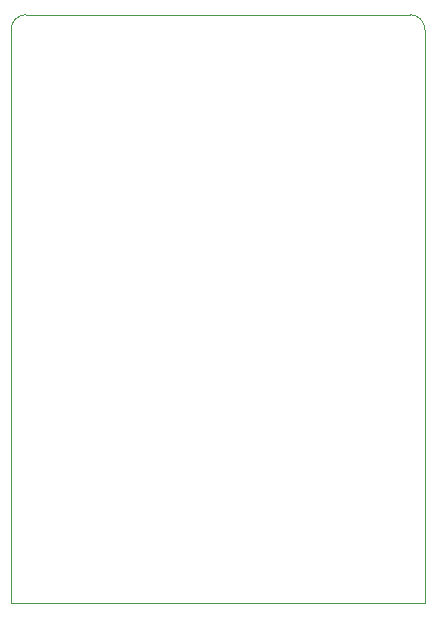
<source format=gbr>
G04 #@! TF.GenerationSoftware,KiCad,Pcbnew,(5.1.2)-1*
G04 #@! TF.CreationDate,2019-07-28T16:53:52+09:00*
G04 #@! TF.ProjectId,ESP32-breakout-SMD,45535033-322d-4627-9265-616b6f75742d,rev?*
G04 #@! TF.SameCoordinates,Original*
G04 #@! TF.FileFunction,Profile,NP*
%FSLAX46Y46*%
G04 Gerber Fmt 4.6, Leading zero omitted, Abs format (unit mm)*
G04 Created by KiCad (PCBNEW (5.1.2)-1) date 2019-07-28 16:53:52*
%MOMM*%
%LPD*%
G04 APERTURE LIST*
%ADD10C,0.100000*%
G04 APERTURE END LIST*
D10*
X180594000Y-93726000D02*
G75*
G02X181864000Y-94996000I0J-1270000D01*
G01*
X146812000Y-94996000D02*
G75*
G02X148082000Y-93726000I1270000J0D01*
G01*
X181864000Y-94996000D02*
X181864000Y-143510000D01*
X148082000Y-93726000D02*
X180594000Y-93726000D01*
X146812000Y-143510000D02*
X146812000Y-94996000D01*
X181864000Y-143510000D02*
X146812000Y-143510000D01*
M02*

</source>
